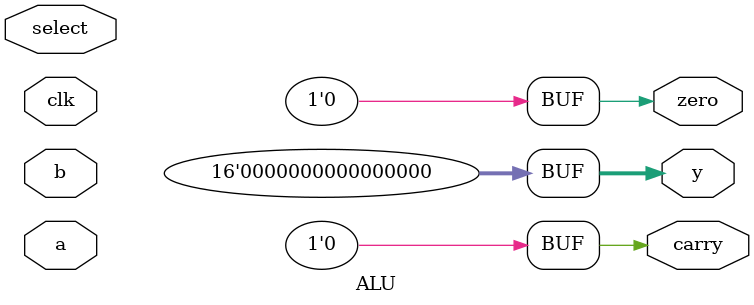
<source format=v>
module ALU(
	input [7:0] a,
	input [7:0] b,
	input [3:0] select,
	input clk,
	output reg carry,
	output reg zero,
	output reg [15:0] y
);


reg [7:0] ain, bin;
reg c,z;
reg [15:0] out;
reg [3:0] s;

initial begin
	y = 0;
	carry = 0;
	zero = 0;
end



always @(posedge clk) begin
	ain <= a;
	bin<=b;
	c <= carry;
	z<= zero;
	out<= y;
	s <= select;
end

always@(ain,bin,s) begin
	case(select)
		4'd0 : begin //add
			out = {8'd0, ain+bin};
			c = out[8];
		end
		4'd1 : begin//sub
			out = {8'd0, ain-bin};
			c = out[8];
		end
		4'd2 : begin //mul
			out = (ain*bin);
		end
		4'd3 : begin //div
			out = (ain/bin);
		end
		4'd4 : begin //increment a
			out = {8'd0, ain + 1'b1};
			c = out[8];
		end
		4'd5 : begin // decrement
			out = {8'd0, ain - 1'b1};
			c = out[8];
		end
		4'd6 : begin // bitwise AND
			out = {8'd0, ain & bin};
		end
		4'd7 : begin //bitwise OR
			out = {8'd0, ain | bin};
		end
		4'd8 : begin //bitwise xor
			out  = {8'd0, (ain ^ bin)};
		end
		4'd9 : begin //bitwise nand
			out  = {8'd0, ~(ain & bin)};
		end
		4'd10 : begin //bitwise nor
			out  = {8'd0, ~(ain | bin)};
		end
		4'd11 : begin //bitwise xnor
			out  = {8'd0, ~(ain ^ bin)};
		end
		4'd12 : begin //shift right
			c = ain[0];
			out = {8'd0, ain>>1};
		end
		4'd13 : begin //shift left
			c = ain[7];
			out = {8'd0, ain<<1};
		end
		4'd14 : begin //rotate right
			out = {8'd0, a[0], a[7:1]};
		end
		4'd15 : begin //rotate left
			out = {8'd0, a[6:0], a[7]};
		end
		default : out = 16'd0;
	endcase
	
end

endmodule
		
		
		
		
		
			

</source>
